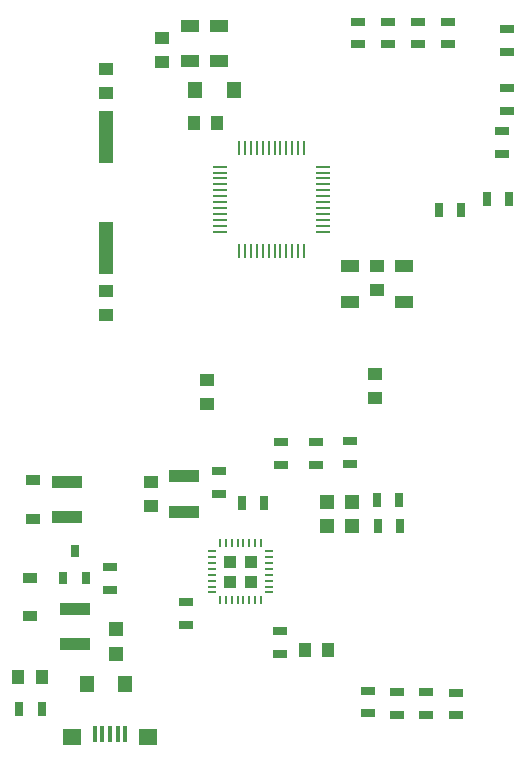
<source format=gtp>
G04 #@! TF.FileFunction,Paste,Top*
%FSLAX46Y46*%
G04 Gerber Fmt 4.6, Leading zero omitted, Abs format (unit mm)*
G04 Created by KiCad (PCBNEW 4.0.1-stable) date 2/27/2016 10:04:35 PM*
%MOMM*%
G01*
G04 APERTURE LIST*
%ADD10C,0.100000*%
%ADD11R,1.000000X1.250000*%
%ADD12R,1.250000X1.000000*%
%ADD13R,2.500000X1.000000*%
%ADD14R,0.400000X1.350000*%
%ADD15R,1.600000X1.400000*%
%ADD16R,1.198880X1.198880*%
%ADD17R,1.150620X1.399540*%
%ADD18R,1.300000X0.700000*%
%ADD19R,0.700000X1.300000*%
%ADD20R,1.300000X0.250000*%
%ADD21R,0.250000X1.300000*%
%ADD22R,0.700000X0.250000*%
%ADD23R,0.250000X0.700000*%
%ADD24R,1.035000X1.035000*%
%ADD25R,0.650000X1.050000*%
%ADD26R,1.200000X4.500000*%
%ADD27R,1.220000X0.910000*%
%ADD28R,1.600000X1.000000*%
G04 APERTURE END LIST*
D10*
D11*
X69326000Y-55372000D03*
X67326000Y-55372000D03*
D12*
X59944000Y-50816000D03*
X59944000Y-52816000D03*
X59944000Y-71612000D03*
X59944000Y-69612000D03*
D11*
X52500000Y-102250000D03*
X54500000Y-102250000D03*
D12*
X63700000Y-85780000D03*
X63700000Y-87780000D03*
D13*
X66550000Y-85280000D03*
X66550000Y-88280000D03*
D11*
X76720000Y-99940000D03*
X78720000Y-99940000D03*
D13*
X56600000Y-88750000D03*
X56600000Y-85750000D03*
X57250000Y-96500000D03*
X57250000Y-99500000D03*
D12*
X68450000Y-77110000D03*
X68450000Y-79110000D03*
X82690000Y-76610000D03*
X82690000Y-78610000D03*
D14*
X61550000Y-107075000D03*
X60900000Y-107075000D03*
X60250000Y-107075000D03*
X59600000Y-107075000D03*
X58950000Y-107075000D03*
D15*
X57050000Y-107300000D03*
X63450000Y-107300000D03*
D16*
X80729020Y-87400000D03*
X78630980Y-87400000D03*
X80729020Y-89460000D03*
X78630980Y-89460000D03*
D17*
X61525600Y-102820000D03*
X58274400Y-102820000D03*
X67462400Y-52578000D03*
X70713600Y-52578000D03*
D18*
X74710000Y-82370000D03*
X74710000Y-84270000D03*
X74610000Y-100270000D03*
X74610000Y-98370000D03*
D19*
X73330000Y-87540000D03*
X71430000Y-87540000D03*
D18*
X69460000Y-84830000D03*
X69460000Y-86730000D03*
X77730000Y-84270000D03*
X77730000Y-82370000D03*
X66720000Y-97850000D03*
X66720000Y-95950000D03*
X80610000Y-84210000D03*
X80610000Y-82310000D03*
D19*
X84740000Y-87280000D03*
X82840000Y-87280000D03*
X84800000Y-89460000D03*
X82900000Y-89460000D03*
X52550000Y-105000000D03*
X54450000Y-105000000D03*
X92130000Y-61800000D03*
X94030000Y-61800000D03*
D18*
X93880000Y-47400000D03*
X93880000Y-49300000D03*
X93840000Y-52430000D03*
X93840000Y-54330000D03*
X93460000Y-57950000D03*
X93460000Y-56050000D03*
D19*
X88080000Y-62740000D03*
X89980000Y-62740000D03*
D20*
X69580000Y-59050000D03*
X69580000Y-59550000D03*
X69580000Y-60050000D03*
X69580000Y-60550000D03*
X69580000Y-61050000D03*
X69580000Y-61550000D03*
X69580000Y-62050000D03*
X69580000Y-62550000D03*
X69580000Y-63050000D03*
X69580000Y-63550000D03*
X69580000Y-64050000D03*
X69580000Y-64550000D03*
D21*
X71180000Y-66150000D03*
X71680000Y-66150000D03*
X72180000Y-66150000D03*
X72680000Y-66150000D03*
X73180000Y-66150000D03*
X73680000Y-66150000D03*
X74180000Y-66150000D03*
X74680000Y-66150000D03*
X75180000Y-66150000D03*
X75680000Y-66150000D03*
X76180000Y-66150000D03*
X76680000Y-66150000D03*
D20*
X78280000Y-64550000D03*
X78280000Y-64050000D03*
X78280000Y-63550000D03*
X78280000Y-63050000D03*
X78280000Y-62550000D03*
X78280000Y-62050000D03*
X78280000Y-61550000D03*
X78280000Y-61050000D03*
X78280000Y-60550000D03*
X78280000Y-60050000D03*
X78280000Y-59550000D03*
X78280000Y-59050000D03*
D21*
X76680000Y-57450000D03*
X76180000Y-57450000D03*
X75680000Y-57450000D03*
X75180000Y-57450000D03*
X74680000Y-57450000D03*
X74180000Y-57450000D03*
X73680000Y-57450000D03*
X73180000Y-57450000D03*
X72680000Y-57450000D03*
X72180000Y-57450000D03*
X71680000Y-57450000D03*
X71180000Y-57450000D03*
D22*
X68900000Y-91600000D03*
X68900000Y-92100000D03*
X68900000Y-92600000D03*
X68900000Y-93100000D03*
X68900000Y-93600000D03*
X68900000Y-94100000D03*
X68900000Y-94600000D03*
X68900000Y-95100000D03*
D23*
X69550000Y-95750000D03*
X70050000Y-95750000D03*
X70550000Y-95750000D03*
X71050000Y-95750000D03*
X71550000Y-95750000D03*
X72050000Y-95750000D03*
X72550000Y-95750000D03*
X73050000Y-95750000D03*
D22*
X73700000Y-95100000D03*
X73700000Y-94600000D03*
X73700000Y-94100000D03*
X73700000Y-93600000D03*
X73700000Y-93100000D03*
X73700000Y-92600000D03*
X73700000Y-92100000D03*
X73700000Y-91600000D03*
D23*
X73050000Y-90950000D03*
X72550000Y-90950000D03*
X72050000Y-90950000D03*
X71550000Y-90950000D03*
X71050000Y-90950000D03*
X70550000Y-90950000D03*
X70050000Y-90950000D03*
X69550000Y-90950000D03*
D24*
X72162500Y-94212500D03*
X72162500Y-92487500D03*
X70437500Y-94212500D03*
X70437500Y-92487500D03*
D25*
X56300000Y-93900000D03*
X58200000Y-93900000D03*
X57250000Y-91600000D03*
D26*
X59944000Y-65904000D03*
X59944000Y-56524000D03*
D16*
X60750000Y-98200980D03*
X60750000Y-100299020D03*
D18*
X60290000Y-94860000D03*
X60290000Y-92960000D03*
X82080000Y-105330000D03*
X82080000Y-103430000D03*
X84540000Y-105440000D03*
X84540000Y-103540000D03*
X87000000Y-105440000D03*
X87000000Y-103540000D03*
X89510000Y-105500000D03*
X89510000Y-103600000D03*
X88900000Y-46802000D03*
X88900000Y-48702000D03*
X86360000Y-46802000D03*
X86360000Y-48702000D03*
X83820000Y-46802000D03*
X83820000Y-48702000D03*
X81280000Y-46802000D03*
X81280000Y-48702000D03*
D27*
X53500000Y-93865000D03*
X53500000Y-97135000D03*
X53700000Y-88885000D03*
X53700000Y-85615000D03*
D12*
X64650000Y-50150000D03*
X64650000Y-48150000D03*
D28*
X67000000Y-50100000D03*
X67000000Y-47100000D03*
X69450000Y-50100000D03*
X69450000Y-47100000D03*
D12*
X82850000Y-67500000D03*
X82850000Y-69500000D03*
D28*
X85100000Y-67500000D03*
X85100000Y-70500000D03*
X80550000Y-67500000D03*
X80550000Y-70500000D03*
M02*

</source>
